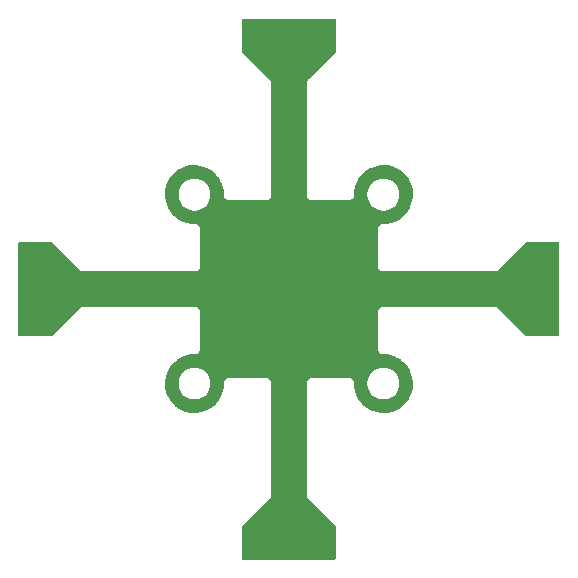
<source format=gbr>
%TF.GenerationSoftware,KiCad,Pcbnew,9.0.1*%
%TF.CreationDate,2025-04-07T22:57:10-07:00*%
%TF.ProjectId,Piramide_Del_Sol,50697261-6d69-4646-955f-44656c5f536f,3.2*%
%TF.SameCoordinates,Original*%
%TF.FileFunction,Copper,L2,Bot*%
%TF.FilePolarity,Positive*%
%FSLAX46Y46*%
G04 Gerber Fmt 4.6, Leading zero omitted, Abs format (unit mm)*
G04 Created by KiCad (PCBNEW 9.0.1) date 2025-04-07 22:57:10*
%MOMM*%
%LPD*%
G01*
G04 APERTURE LIST*
%TA.AperFunction,ViaPad*%
%ADD10C,0.800000*%
%TD*%
G04 APERTURE END LIST*
D10*
%TO.N,GND*%
X137870000Y-92590000D03*
X122700000Y-96950000D03*
X118550000Y-97700000D03*
X157500000Y-98000000D03*
X116950000Y-98850000D03*
X137100000Y-83100000D03*
X137100000Y-113600000D03*
X139190000Y-97120000D03*
X136200000Y-117150000D03*
X138950000Y-113600000D03*
X158858000Y-96708000D03*
X131840000Y-92560000D03*
X122700000Y-98850000D03*
X138700000Y-118950000D03*
X157500000Y-99650000D03*
X140910000Y-103890000D03*
X136750000Y-76800000D03*
X139800000Y-103880000D03*
X134850000Y-103900000D03*
X158900000Y-98900000D03*
X131940000Y-101800000D03*
X145060000Y-101720000D03*
X138000000Y-117250000D03*
X137350000Y-103860000D03*
X145310000Y-99330000D03*
X139370000Y-99240000D03*
X138670000Y-103890000D03*
X139260000Y-98160000D03*
X116950000Y-96650000D03*
X136640000Y-97770000D03*
X136010000Y-103860000D03*
X153700000Y-99000000D03*
X118650000Y-95850000D03*
X137950000Y-78400000D03*
X153700000Y-97050000D03*
X131150000Y-93480000D03*
X130950000Y-100790000D03*
X138850000Y-76800000D03*
X137038000Y-119088000D03*
X142300000Y-100450000D03*
X136690000Y-95870000D03*
X139850000Y-78500000D03*
X145000000Y-92650000D03*
X138630000Y-91900000D03*
X139000000Y-83100000D03*
%TD*%
%TA.AperFunction,Conductor*%
%TO.N,GND*%
G36*
X141972638Y-75118093D02*
G01*
X141998358Y-75162642D01*
X141999500Y-75175700D01*
X141999500Y-77861538D01*
X141981907Y-77909876D01*
X141977474Y-77914712D01*
X139692686Y-80199500D01*
X139646092Y-80246094D01*
X139599498Y-80292687D01*
X139533608Y-80406811D01*
X139513143Y-80483190D01*
X139499500Y-80534108D01*
X139499500Y-89934108D01*
X139499500Y-90065892D01*
X139519964Y-90142268D01*
X139533608Y-90193188D01*
X139599499Y-90307314D01*
X139692685Y-90400500D01*
X139806811Y-90466391D01*
X139806813Y-90466391D01*
X139806814Y-90466392D01*
X139934108Y-90500500D01*
X139934111Y-90500500D01*
X143065889Y-90500500D01*
X143065892Y-90500500D01*
X143193186Y-90466392D01*
X143307314Y-90400500D01*
X143400500Y-90307314D01*
X143466392Y-90193186D01*
X143500500Y-90065892D01*
X143500500Y-90002324D01*
X143500645Y-89997664D01*
X143506913Y-89896708D01*
X143507099Y-89893710D01*
X144649500Y-89893710D01*
X144649500Y-90106289D01*
X144682752Y-90316235D01*
X144682755Y-90316247D01*
X144748124Y-90517433D01*
X144748443Y-90518412D01*
X144837735Y-90693657D01*
X144844951Y-90707820D01*
X144969889Y-90879784D01*
X144969900Y-90879797D01*
X145120202Y-91030099D01*
X145120215Y-91030110D01*
X145292179Y-91155048D01*
X145292181Y-91155049D01*
X145292184Y-91155051D01*
X145481588Y-91251557D01*
X145683757Y-91317246D01*
X145893713Y-91350500D01*
X145893717Y-91350500D01*
X146106283Y-91350500D01*
X146106287Y-91350500D01*
X146316243Y-91317246D01*
X146518412Y-91251557D01*
X146707816Y-91155051D01*
X146879792Y-91030104D01*
X147030104Y-90879792D01*
X147155051Y-90707816D01*
X147251557Y-90518412D01*
X147317246Y-90316243D01*
X147350500Y-90106287D01*
X147350500Y-89893713D01*
X147317246Y-89683757D01*
X147251557Y-89481588D01*
X147155051Y-89292184D01*
X147155049Y-89292181D01*
X147155048Y-89292179D01*
X147030110Y-89120215D01*
X147030099Y-89120202D01*
X146879797Y-88969900D01*
X146879784Y-88969889D01*
X146707820Y-88844951D01*
X146632175Y-88806408D01*
X146518412Y-88748443D01*
X146518405Y-88748440D01*
X146518401Y-88748439D01*
X146316247Y-88682755D01*
X146316235Y-88682752D01*
X146106289Y-88649500D01*
X146106287Y-88649500D01*
X145893713Y-88649500D01*
X145893710Y-88649500D01*
X145683764Y-88682752D01*
X145683752Y-88682755D01*
X145481598Y-88748439D01*
X145481590Y-88748442D01*
X145481588Y-88748443D01*
X145481584Y-88748444D01*
X145481584Y-88748445D01*
X145292179Y-88844951D01*
X145120215Y-88969889D01*
X145120202Y-88969900D01*
X144969900Y-89120202D01*
X144969889Y-89120215D01*
X144844951Y-89292179D01*
X144748445Y-89481584D01*
X144748439Y-89481598D01*
X144682755Y-89683752D01*
X144682752Y-89683764D01*
X144649500Y-89893710D01*
X143507099Y-89893710D01*
X143519406Y-89695473D01*
X143520557Y-89686247D01*
X143576124Y-89390976D01*
X143578403Y-89381978D01*
X143670065Y-89095851D01*
X143673452Y-89087174D01*
X143727815Y-88969889D01*
X143799794Y-88814597D01*
X143804223Y-88806415D01*
X143963318Y-88551549D01*
X143968722Y-88543980D01*
X144158123Y-88310748D01*
X144164414Y-88303914D01*
X144381213Y-88095896D01*
X144388306Y-88089888D01*
X144629173Y-87910282D01*
X144636946Y-87905204D01*
X144898185Y-87756769D01*
X144906521Y-87752693D01*
X145184108Y-87637713D01*
X145192910Y-87634691D01*
X145482573Y-87554933D01*
X145491679Y-87553024D01*
X145788980Y-87509709D01*
X145798247Y-87508940D01*
X146098630Y-87502731D01*
X146107927Y-87503115D01*
X146406768Y-87534109D01*
X146415946Y-87535640D01*
X146708653Y-87603359D01*
X146717575Y-87606015D01*
X146999659Y-87709419D01*
X147008187Y-87713160D01*
X147092923Y-87756778D01*
X147275302Y-87850656D01*
X147283306Y-87855425D01*
X147359528Y-87907502D01*
X147531376Y-88024913D01*
X147538727Y-88030636D01*
X147763913Y-88229496D01*
X147770503Y-88236086D01*
X147969361Y-88461269D01*
X147975086Y-88468623D01*
X148144573Y-88716691D01*
X148149343Y-88724697D01*
X148286837Y-88991809D01*
X148290581Y-89000344D01*
X148393982Y-89282419D01*
X148396641Y-89291351D01*
X148464357Y-89584046D01*
X148465891Y-89593238D01*
X148496883Y-89892065D01*
X148497268Y-89901377D01*
X148491059Y-90201742D01*
X148490289Y-90211030D01*
X148446976Y-90508312D01*
X148445064Y-90517433D01*
X148365309Y-90807083D01*
X148362283Y-90815898D01*
X148247314Y-91093460D01*
X148243221Y-91101832D01*
X148094802Y-91363041D01*
X148089704Y-91370844D01*
X147910121Y-91611680D01*
X147904098Y-91618791D01*
X147696096Y-91835574D01*
X147689239Y-91841886D01*
X147456026Y-92031271D01*
X147448442Y-92036686D01*
X147193591Y-92195772D01*
X147185394Y-92200208D01*
X146912825Y-92326547D01*
X146904143Y-92329935D01*
X146618039Y-92421591D01*
X146609005Y-92423879D01*
X146313752Y-92479442D01*
X146304504Y-92480594D01*
X146002335Y-92499355D01*
X145997675Y-92499500D01*
X145934108Y-92499500D01*
X145870461Y-92516554D01*
X145806811Y-92533608D01*
X145692685Y-92599499D01*
X145599499Y-92692685D01*
X145533608Y-92806811D01*
X145513143Y-92883190D01*
X145499500Y-92934108D01*
X145499500Y-96065892D01*
X145519964Y-96142268D01*
X145533608Y-96193188D01*
X145599499Y-96307314D01*
X145692685Y-96400500D01*
X145806811Y-96466391D01*
X145806813Y-96466391D01*
X145806814Y-96466392D01*
X145934108Y-96500500D01*
X145934111Y-96500500D01*
X155465889Y-96500500D01*
X155465892Y-96500500D01*
X155593186Y-96466392D01*
X155707314Y-96400500D01*
X158085288Y-94022526D01*
X158131908Y-94000786D01*
X158138462Y-94000500D01*
X160824300Y-94000500D01*
X160872638Y-94018093D01*
X160898358Y-94062642D01*
X160899500Y-94075700D01*
X160899500Y-101924300D01*
X160881907Y-101972638D01*
X160837358Y-101998358D01*
X160824300Y-101999500D01*
X158138462Y-101999500D01*
X158090124Y-101981907D01*
X158085288Y-101977474D01*
X155707314Y-99599499D01*
X155593188Y-99533608D01*
X155542268Y-99519964D01*
X155465892Y-99499500D01*
X146065892Y-99499500D01*
X145934108Y-99499500D01*
X145870461Y-99516554D01*
X145806811Y-99533608D01*
X145692685Y-99599499D01*
X145599499Y-99692685D01*
X145533608Y-99806811D01*
X145513143Y-99883190D01*
X145499500Y-99934108D01*
X145499500Y-102934108D01*
X145499500Y-103065892D01*
X145519964Y-103142268D01*
X145533608Y-103193188D01*
X145599499Y-103307314D01*
X145692685Y-103400500D01*
X145806811Y-103466391D01*
X145806813Y-103466391D01*
X145806814Y-103466392D01*
X145934108Y-103500500D01*
X145997675Y-103500500D01*
X146002335Y-103500645D01*
X146304508Y-103519405D01*
X146313747Y-103520556D01*
X146609019Y-103576123D01*
X146618024Y-103578404D01*
X146904143Y-103670064D01*
X146912825Y-103673452D01*
X147185394Y-103799791D01*
X147193591Y-103804227D01*
X147448442Y-103963313D01*
X147456026Y-103968728D01*
X147689242Y-104158116D01*
X147696096Y-104164425D01*
X147904098Y-104381208D01*
X147910119Y-104388316D01*
X148089709Y-104629163D01*
X148094802Y-104636958D01*
X148212983Y-104844951D01*
X148243221Y-104898167D01*
X148247314Y-104906539D01*
X148362283Y-105184101D01*
X148365309Y-105192916D01*
X148445064Y-105482566D01*
X148446976Y-105491687D01*
X148490289Y-105788969D01*
X148491059Y-105798257D01*
X148497268Y-106098622D01*
X148496883Y-106107934D01*
X148465891Y-106406761D01*
X148464357Y-106415953D01*
X148396641Y-106708648D01*
X148393982Y-106717580D01*
X148290581Y-106999655D01*
X148286837Y-107008190D01*
X148149343Y-107275302D01*
X148144573Y-107283308D01*
X147975086Y-107531376D01*
X147969361Y-107538730D01*
X147770503Y-107763913D01*
X147763913Y-107770503D01*
X147538730Y-107969361D01*
X147531376Y-107975086D01*
X147283308Y-108144573D01*
X147275302Y-108149343D01*
X147008190Y-108286837D01*
X146999655Y-108290581D01*
X146717580Y-108393982D01*
X146708648Y-108396641D01*
X146415953Y-108464357D01*
X146406761Y-108465891D01*
X146107934Y-108496883D01*
X146098622Y-108497268D01*
X145798257Y-108491059D01*
X145788969Y-108490289D01*
X145491687Y-108446976D01*
X145482566Y-108445064D01*
X145192916Y-108365309D01*
X145184101Y-108362283D01*
X145001957Y-108286837D01*
X144906534Y-108247311D01*
X144898172Y-108243223D01*
X144636958Y-108094802D01*
X144629163Y-108089709D01*
X144388316Y-107910119D01*
X144381208Y-107904098D01*
X144164425Y-107696096D01*
X144158113Y-107689239D01*
X143968728Y-107456026D01*
X143963313Y-107448442D01*
X143804227Y-107193591D01*
X143799791Y-107185394D01*
X143673452Y-106912825D01*
X143670064Y-106904143D01*
X143610297Y-106717580D01*
X143578404Y-106618024D01*
X143576123Y-106609019D01*
X143520556Y-106313747D01*
X143519405Y-106304504D01*
X143507098Y-106106282D01*
X143500500Y-106000000D01*
X143500500Y-105934108D01*
X143489675Y-105893710D01*
X144649500Y-105893710D01*
X144649500Y-106106289D01*
X144682752Y-106316235D01*
X144682755Y-106316247D01*
X144713673Y-106411404D01*
X144748443Y-106518412D01*
X144837735Y-106693657D01*
X144844951Y-106707820D01*
X144969889Y-106879784D01*
X144969900Y-106879797D01*
X145120202Y-107030099D01*
X145120215Y-107030110D01*
X145292179Y-107155048D01*
X145292181Y-107155049D01*
X145292184Y-107155051D01*
X145481588Y-107251557D01*
X145683757Y-107317246D01*
X145893713Y-107350500D01*
X145893717Y-107350500D01*
X146106283Y-107350500D01*
X146106287Y-107350500D01*
X146316243Y-107317246D01*
X146518412Y-107251557D01*
X146707816Y-107155051D01*
X146879792Y-107030104D01*
X147030104Y-106879792D01*
X147155051Y-106707816D01*
X147251557Y-106518412D01*
X147317246Y-106316243D01*
X147350500Y-106106287D01*
X147350500Y-105893713D01*
X147317246Y-105683757D01*
X147251557Y-105481588D01*
X147155051Y-105292184D01*
X147155049Y-105292181D01*
X147155048Y-105292179D01*
X147030110Y-105120215D01*
X147030099Y-105120202D01*
X146879797Y-104969900D01*
X146879784Y-104969889D01*
X146707820Y-104844951D01*
X146693657Y-104837735D01*
X146518412Y-104748443D01*
X146518405Y-104748440D01*
X146518401Y-104748439D01*
X146316247Y-104682755D01*
X146316235Y-104682752D01*
X146106289Y-104649500D01*
X146106287Y-104649500D01*
X145893713Y-104649500D01*
X145893710Y-104649500D01*
X145683764Y-104682752D01*
X145683752Y-104682755D01*
X145481598Y-104748439D01*
X145481590Y-104748442D01*
X145481588Y-104748443D01*
X145481584Y-104748444D01*
X145481584Y-104748445D01*
X145292179Y-104844951D01*
X145120215Y-104969889D01*
X145120202Y-104969900D01*
X144969900Y-105120202D01*
X144969889Y-105120215D01*
X144844951Y-105292179D01*
X144748445Y-105481584D01*
X144748439Y-105481598D01*
X144682755Y-105683752D01*
X144682752Y-105683764D01*
X144649500Y-105893710D01*
X143489675Y-105893710D01*
X143466392Y-105806814D01*
X143456089Y-105788969D01*
X143400500Y-105692685D01*
X143307314Y-105599499D01*
X143193188Y-105533608D01*
X143142268Y-105519964D01*
X143065892Y-105499500D01*
X140065892Y-105499500D01*
X139934108Y-105499500D01*
X139870461Y-105516554D01*
X139806811Y-105533608D01*
X139692685Y-105599499D01*
X139599499Y-105692685D01*
X139533608Y-105806811D01*
X139513143Y-105883190D01*
X139499500Y-105934108D01*
X139499500Y-115334107D01*
X139499500Y-115334108D01*
X139499500Y-115465892D01*
X139519964Y-115542268D01*
X139533608Y-115593188D01*
X139599499Y-115707314D01*
X141977474Y-118085288D01*
X141999214Y-118131908D01*
X141999500Y-118138462D01*
X141999500Y-120824300D01*
X141981907Y-120872638D01*
X141937358Y-120898358D01*
X141924300Y-120899500D01*
X134075700Y-120899500D01*
X134027362Y-120881907D01*
X134001642Y-120837358D01*
X134000500Y-120824300D01*
X134000500Y-118138462D01*
X134018093Y-118090124D01*
X134022526Y-118085288D01*
X136400500Y-115707314D01*
X136466391Y-115593188D01*
X136466392Y-115593186D01*
X136500500Y-115465892D01*
X136500500Y-115334107D01*
X136500500Y-105934108D01*
X136466392Y-105806814D01*
X136466391Y-105806812D01*
X136466391Y-105806811D01*
X136400500Y-105692685D01*
X136307314Y-105599499D01*
X136193188Y-105533608D01*
X136142268Y-105519964D01*
X136065892Y-105499500D01*
X133065892Y-105499500D01*
X132934108Y-105499500D01*
X132870461Y-105516554D01*
X132806811Y-105533608D01*
X132692685Y-105599499D01*
X132599499Y-105692685D01*
X132533608Y-105806811D01*
X132513143Y-105883190D01*
X132499500Y-105934108D01*
X132499500Y-105934110D01*
X132499500Y-105997675D01*
X132499355Y-106002335D01*
X132480594Y-106304504D01*
X132479442Y-106313752D01*
X132423879Y-106609005D01*
X132421591Y-106618039D01*
X132329935Y-106904143D01*
X132326547Y-106912825D01*
X132200208Y-107185394D01*
X132195772Y-107193591D01*
X132036686Y-107448442D01*
X132031271Y-107456026D01*
X131841886Y-107689239D01*
X131835574Y-107696096D01*
X131618791Y-107904098D01*
X131611680Y-107910121D01*
X131370844Y-108089704D01*
X131363041Y-108094802D01*
X131101832Y-108243221D01*
X131093460Y-108247314D01*
X130815898Y-108362283D01*
X130807083Y-108365309D01*
X130517433Y-108445064D01*
X130508312Y-108446976D01*
X130211030Y-108490289D01*
X130201742Y-108491059D01*
X129901377Y-108497268D01*
X129892065Y-108496883D01*
X129593238Y-108465891D01*
X129584046Y-108464357D01*
X129291351Y-108396641D01*
X129282419Y-108393982D01*
X129000344Y-108290581D01*
X128991809Y-108286837D01*
X128724697Y-108149343D01*
X128716691Y-108144573D01*
X128468623Y-107975086D01*
X128461269Y-107969361D01*
X128387366Y-107904098D01*
X128236085Y-107770502D01*
X128229496Y-107763913D01*
X128030638Y-107538730D01*
X128024913Y-107531376D01*
X127901333Y-107350500D01*
X127855425Y-107283306D01*
X127850656Y-107275302D01*
X127838433Y-107251557D01*
X127713160Y-107008187D01*
X127709418Y-106999655D01*
X127606015Y-106717575D01*
X127603358Y-106708648D01*
X127535640Y-106415946D01*
X127534108Y-106406761D01*
X127524720Y-106316243D01*
X127503115Y-106107927D01*
X127502731Y-106098630D01*
X127506967Y-105893710D01*
X128649500Y-105893710D01*
X128649500Y-106106289D01*
X128682752Y-106316235D01*
X128682755Y-106316247D01*
X128713673Y-106411404D01*
X128748443Y-106518412D01*
X128837735Y-106693657D01*
X128844951Y-106707820D01*
X128969889Y-106879784D01*
X128969900Y-106879797D01*
X129120202Y-107030099D01*
X129120215Y-107030110D01*
X129292179Y-107155048D01*
X129292181Y-107155049D01*
X129292184Y-107155051D01*
X129481588Y-107251557D01*
X129683757Y-107317246D01*
X129893713Y-107350500D01*
X129893717Y-107350500D01*
X130106283Y-107350500D01*
X130106287Y-107350500D01*
X130316243Y-107317246D01*
X130518412Y-107251557D01*
X130707816Y-107155051D01*
X130879792Y-107030104D01*
X131030104Y-106879792D01*
X131155051Y-106707816D01*
X131251557Y-106518412D01*
X131317246Y-106316243D01*
X131350500Y-106106287D01*
X131350500Y-105893713D01*
X131317246Y-105683757D01*
X131251557Y-105481588D01*
X131155051Y-105292184D01*
X131155049Y-105292181D01*
X131155048Y-105292179D01*
X131030110Y-105120215D01*
X131030099Y-105120202D01*
X130879797Y-104969900D01*
X130879784Y-104969889D01*
X130707820Y-104844951D01*
X130693657Y-104837735D01*
X130518412Y-104748443D01*
X130518405Y-104748440D01*
X130518401Y-104748439D01*
X130316247Y-104682755D01*
X130316235Y-104682752D01*
X130106289Y-104649500D01*
X130106287Y-104649500D01*
X129893713Y-104649500D01*
X129893710Y-104649500D01*
X129683764Y-104682752D01*
X129683752Y-104682755D01*
X129481598Y-104748439D01*
X129481590Y-104748442D01*
X129481588Y-104748443D01*
X129481584Y-104748444D01*
X129481584Y-104748445D01*
X129292179Y-104844951D01*
X129120215Y-104969889D01*
X129120202Y-104969900D01*
X128969900Y-105120202D01*
X128969889Y-105120215D01*
X128844951Y-105292179D01*
X128748445Y-105481584D01*
X128748439Y-105481598D01*
X128682755Y-105683752D01*
X128682752Y-105683764D01*
X128649500Y-105893710D01*
X127506967Y-105893710D01*
X127508940Y-105798247D01*
X127509709Y-105788980D01*
X127553024Y-105491679D01*
X127554933Y-105482573D01*
X127634691Y-105192910D01*
X127637713Y-105184108D01*
X127752693Y-104906521D01*
X127756769Y-104898185D01*
X127905204Y-104636946D01*
X127910282Y-104629173D01*
X128089888Y-104388306D01*
X128095896Y-104381213D01*
X128303914Y-104164414D01*
X128310748Y-104158123D01*
X128543980Y-103968722D01*
X128551549Y-103963318D01*
X128806415Y-103804223D01*
X128814597Y-103799794D01*
X129087179Y-103673450D01*
X129095851Y-103670065D01*
X129381978Y-103578403D01*
X129390976Y-103576124D01*
X129686254Y-103520556D01*
X129695489Y-103519405D01*
X129997665Y-103500645D01*
X130002325Y-103500500D01*
X130065889Y-103500500D01*
X130065892Y-103500500D01*
X130193186Y-103466392D01*
X130307314Y-103400500D01*
X130400500Y-103307314D01*
X130466392Y-103193186D01*
X130500500Y-103065892D01*
X130500500Y-102934108D01*
X130500500Y-99934108D01*
X130466392Y-99806814D01*
X130466391Y-99806813D01*
X130466391Y-99806811D01*
X130400500Y-99692685D01*
X130307314Y-99599499D01*
X130193188Y-99533608D01*
X130142268Y-99519964D01*
X130065892Y-99499500D01*
X120665893Y-99499500D01*
X120534108Y-99499500D01*
X120470461Y-99516554D01*
X120406811Y-99533608D01*
X120292685Y-99599499D01*
X117914712Y-101977474D01*
X117868092Y-101999214D01*
X117861538Y-101999500D01*
X115175700Y-101999500D01*
X115127362Y-101981907D01*
X115101642Y-101937358D01*
X115100500Y-101924300D01*
X115100500Y-94075700D01*
X115118093Y-94027362D01*
X115162642Y-94001642D01*
X115175700Y-94000500D01*
X117861538Y-94000500D01*
X117909876Y-94018093D01*
X117914712Y-94022526D01*
X120292685Y-96400500D01*
X120406811Y-96466391D01*
X120406813Y-96466391D01*
X120406814Y-96466392D01*
X120534108Y-96500500D01*
X120534111Y-96500500D01*
X130065889Y-96500500D01*
X130065892Y-96500500D01*
X130193186Y-96466392D01*
X130307314Y-96400500D01*
X130400500Y-96307314D01*
X130466392Y-96193186D01*
X130500500Y-96065892D01*
X130500500Y-92934108D01*
X130466392Y-92806814D01*
X130466391Y-92806813D01*
X130466391Y-92806811D01*
X130400500Y-92692685D01*
X130307314Y-92599499D01*
X130193188Y-92533608D01*
X130142268Y-92519964D01*
X130065892Y-92499500D01*
X130065889Y-92499500D01*
X130002325Y-92499500D01*
X129997665Y-92499355D01*
X129695495Y-92480594D01*
X129686247Y-92479442D01*
X129456147Y-92436140D01*
X129390991Y-92423878D01*
X129381963Y-92421591D01*
X129300551Y-92395510D01*
X129095856Y-92329935D01*
X129087174Y-92326547D01*
X128814605Y-92200208D01*
X128806408Y-92195772D01*
X128551557Y-92036686D01*
X128543973Y-92031271D01*
X128310760Y-91841886D01*
X128303903Y-91835574D01*
X128095901Y-91618791D01*
X128089878Y-91611680D01*
X127910287Y-91370833D01*
X127905197Y-91363041D01*
X127756772Y-91101820D01*
X127752690Y-91093472D01*
X127637715Y-90815896D01*
X127634690Y-90807083D01*
X127563448Y-90548350D01*
X127554934Y-90517429D01*
X127553023Y-90508312D01*
X127551885Y-90500500D01*
X127509709Y-90211021D01*
X127508940Y-90201751D01*
X127502731Y-89901368D01*
X127503048Y-89893710D01*
X128649500Y-89893710D01*
X128649500Y-90106289D01*
X128682752Y-90316235D01*
X128682755Y-90316247D01*
X128748124Y-90517433D01*
X128748443Y-90518412D01*
X128837735Y-90693657D01*
X128844951Y-90707820D01*
X128969889Y-90879784D01*
X128969900Y-90879797D01*
X129120202Y-91030099D01*
X129120215Y-91030110D01*
X129292179Y-91155048D01*
X129292181Y-91155049D01*
X129292184Y-91155051D01*
X129481588Y-91251557D01*
X129683757Y-91317246D01*
X129893713Y-91350500D01*
X129893717Y-91350500D01*
X130106283Y-91350500D01*
X130106287Y-91350500D01*
X130316243Y-91317246D01*
X130518412Y-91251557D01*
X130707816Y-91155051D01*
X130879792Y-91030104D01*
X131030104Y-90879792D01*
X131155051Y-90707816D01*
X131251557Y-90518412D01*
X131317246Y-90316243D01*
X131350500Y-90106287D01*
X131350500Y-89893713D01*
X131317246Y-89683757D01*
X131251557Y-89481588D01*
X131155051Y-89292184D01*
X131155049Y-89292181D01*
X131155048Y-89292179D01*
X131030110Y-89120215D01*
X131030099Y-89120202D01*
X130879797Y-88969900D01*
X130879784Y-88969889D01*
X130707820Y-88844951D01*
X130632175Y-88806408D01*
X130518412Y-88748443D01*
X130518405Y-88748440D01*
X130518401Y-88748439D01*
X130316247Y-88682755D01*
X130316235Y-88682752D01*
X130106289Y-88649500D01*
X130106287Y-88649500D01*
X129893713Y-88649500D01*
X129893710Y-88649500D01*
X129683764Y-88682752D01*
X129683752Y-88682755D01*
X129481598Y-88748439D01*
X129481590Y-88748442D01*
X129481588Y-88748443D01*
X129481584Y-88748444D01*
X129481584Y-88748445D01*
X129292179Y-88844951D01*
X129120215Y-88969889D01*
X129120202Y-88969900D01*
X128969900Y-89120202D01*
X128969889Y-89120215D01*
X128844951Y-89292179D01*
X128748445Y-89481584D01*
X128748439Y-89481598D01*
X128682755Y-89683752D01*
X128682752Y-89683764D01*
X128649500Y-89893710D01*
X127503048Y-89893710D01*
X127503116Y-89892067D01*
X127534109Y-89593229D01*
X127535640Y-89584056D01*
X127603360Y-89291342D01*
X127606014Y-89282428D01*
X127709422Y-89000334D01*
X127713157Y-88991818D01*
X127850661Y-88724687D01*
X127855420Y-88716700D01*
X128024920Y-88468613D01*
X128030629Y-88461279D01*
X128229504Y-88236077D01*
X128236077Y-88229504D01*
X128461279Y-88030629D01*
X128468613Y-88024920D01*
X128716700Y-87855420D01*
X128724687Y-87850661D01*
X128991818Y-87713157D01*
X129000334Y-87709422D01*
X129282428Y-87606014D01*
X129291342Y-87603360D01*
X129584056Y-87535640D01*
X129593229Y-87534109D01*
X129892073Y-87503115D01*
X129901368Y-87502731D01*
X130201751Y-87508940D01*
X130211021Y-87509709D01*
X130508316Y-87553023D01*
X130517429Y-87554934D01*
X130807083Y-87634690D01*
X130815896Y-87637715D01*
X131093472Y-87752690D01*
X131101820Y-87756772D01*
X131363045Y-87905199D01*
X131370833Y-87910287D01*
X131611684Y-88089882D01*
X131618791Y-88095901D01*
X131835574Y-88303903D01*
X131841886Y-88310760D01*
X132031271Y-88543973D01*
X132036686Y-88551557D01*
X132195772Y-88806408D01*
X132200208Y-88814605D01*
X132326547Y-89087174D01*
X132329935Y-89095856D01*
X132421591Y-89381960D01*
X132423879Y-89390994D01*
X132479442Y-89686247D01*
X132480594Y-89695495D01*
X132499355Y-89997664D01*
X132499500Y-90002324D01*
X132499500Y-90065892D01*
X132519964Y-90142268D01*
X132533608Y-90193188D01*
X132599499Y-90307314D01*
X132692685Y-90400500D01*
X132806811Y-90466391D01*
X132806813Y-90466391D01*
X132806814Y-90466392D01*
X132934108Y-90500500D01*
X132934111Y-90500500D01*
X136065889Y-90500500D01*
X136065892Y-90500500D01*
X136193186Y-90466392D01*
X136307314Y-90400500D01*
X136400500Y-90307314D01*
X136466392Y-90193186D01*
X136500500Y-90065892D01*
X136500500Y-80534108D01*
X136466392Y-80406814D01*
X136466391Y-80406813D01*
X136466391Y-80406811D01*
X136400501Y-80292687D01*
X136400500Y-80292686D01*
X136307314Y-80199500D01*
X134022526Y-77914712D01*
X134000786Y-77868092D01*
X134000500Y-77861538D01*
X134000500Y-75175700D01*
X134018093Y-75127362D01*
X134062642Y-75101642D01*
X134075700Y-75100500D01*
X141924300Y-75100500D01*
X141972638Y-75118093D01*
G37*
%TD.AperFunction*%
%TD*%
M02*

</source>
